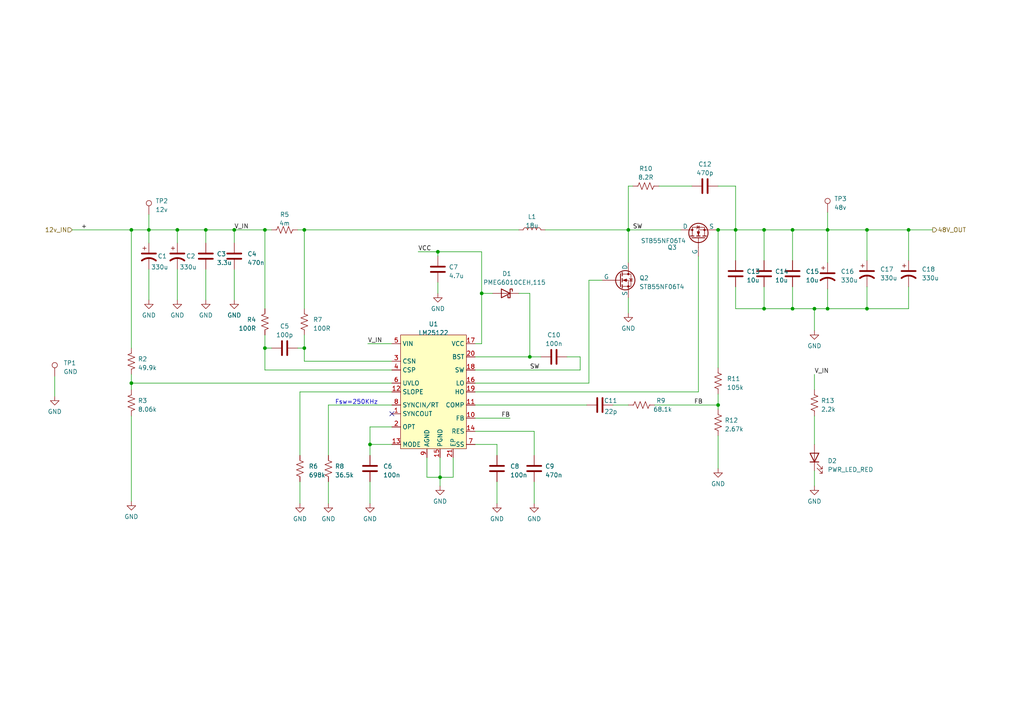
<source format=kicad_sch>
(kicad_sch (version 20230121) (generator eeschema)
  (paper "A4")
  (lib_symbols
    (symbol "Connector:TestPoint" (pin_numbers hide) (pin_names (offset 0.762) hide)
      (property "Reference" "TP" (at 0 6.858 0))
      (property "Value" "TestPoint" (at 0 5.08 0))
      (symbol "TestPoint_0_1"
        (circle (center 0 3.302) (radius 0.762))
      )
      (symbol "TestPoint_1_1"
        (pin passive line (at 0 0 90) (length 2.54) (name "1") (number "1"))
      )
    )
    (symbol "Device:C" (pin_numbers hide) (pin_names (offset 0.254))
      (property "Reference" "C" (at 0.635 2.54 0))
      (property "Value" "C" (at 0.635 -2.54 0))
      (symbol "C_0_1"
        (polyline (pts (xy -2.032 -0.762) (xy 2.032 -0.762)) (stroke (width 0.508)))
        (polyline (pts (xy -2.032 0.762) (xy 2.032 0.762)) (stroke (width 0.508)))
      )
      (symbol "C_1_1"
        (pin passive line (at 0 3.81 270) (length 2.794) (name "~") (number "1"))
        (pin passive line (at 0 -3.81 90) (length 2.794) (name "~") (number "2"))
      )
    )
    (symbol "Device:C_Polarized_US" (pin_numbers hide) (pin_names (offset 0.254) hide)
      (property "Reference" "C" (at 0.635 2.54 0))
      (property "Value" "C_Polarized_US" (at 0.635 -2.54 0))
      (symbol "C_Polarized_US_0_1"
        (polyline (pts (xy -2.032 0.762) (xy 2.032 0.762)) (stroke (width 0.508)))
        (polyline (pts (xy -1.778 2.286) (xy -0.762 2.286)))
        (polyline (pts (xy -1.27 1.778) (xy -1.27 2.794)))
        (arc (start 2.032 -1.27) (mid 0 -0.5572) (end -2.032 -1.27) (stroke (width 0.508)))
      )
      (symbol "C_Polarized_US_1_1"
        (pin passive line (at 0 3.81 270) (length 2.794) (name "~") (number "1"))
        (pin passive line (at 0 -3.81 90) (length 3.302) (name "~") (number "2"))
      )
    )
    (symbol "Device:D_Schottky" (pin_numbers hide) (pin_names (offset 1.016) hide)
      (property "Reference" "D" (at 0 2.54 0))
      (property "Value" "D_Schottky" (at 0 -2.54 0))
      (symbol "D_Schottky_0_1"
        (polyline (pts (xy 1.27 0) (xy -1.27 0)))
        (polyline (pts (xy 1.27 1.27) (xy 1.27 -1.27) (xy -1.27 0) (xy 1.27 1.27)) (stroke (width 0.254)))
        (polyline (pts (xy -1.905 0.635) (xy -1.905 1.27) (xy -1.27 1.27) (xy -1.27 -1.27) (xy -0.635 -1.27) (xy -0.635 -0.635)) (stroke (width 0.254)))
      )
      (symbol "D_Schottky_1_1"
        (pin passive line (at -3.81 0 0) (length 2.54) (name "K") (number "1"))
        (pin passive line (at 3.81 0 180) (length 2.54) (name "A") (number "2"))
      )
    )
    (symbol "Device:L" (pin_numbers hide) (pin_names (offset 1.016) hide)
      (property "Reference" "L" (at -1.27 0 90))
      (property "Value" "L" (at 1.905 0 90))
      (symbol "L_0_1"
        (arc (start 0 -2.54) (mid 0.6323 -1.905) (end 0 -1.27))
        (arc (start 0 -1.27) (mid 0.6323 -0.635) (end 0 0))
        (arc (start 0 0) (mid 0.6323 0.635) (end 0 1.27))
        (arc (start 0 1.27) (mid 0.6323 1.905) (end 0 2.54))
      )
      (symbol "L_1_1"
        (pin passive line (at 0 3.81 270) (length 1.27) (name "1") (number "1"))
        (pin passive line (at 0 -3.81 90) (length 1.27) (name "2") (number "2"))
      )
    )
    (symbol "Device:LED" (pin_numbers hide) (pin_names (offset 1.016) hide)
      (property "Reference" "D" (at 0 2.54 0))
      (property "Value" "LED" (at 0 -2.54 0))
      (symbol "LED_0_1"
        (polyline (pts (xy -1.27 -1.27) (xy -1.27 1.27)) (stroke (width 0.254)))
        (polyline (pts (xy -1.27 0) (xy 1.27 0)))
        (polyline (pts (xy 1.27 -1.27) (xy 1.27 1.27) (xy -1.27 0) (xy 1.27 -1.27)) (stroke (width 0.254)))
        (polyline (pts (xy -3.048 -0.762) (xy -4.572 -2.286) (xy -3.81 -2.286) (xy -4.572 -2.286) (xy -4.572 -1.524)))
        (polyline (pts (xy -1.778 -0.762) (xy -3.302 -2.286) (xy -2.54 -2.286) (xy -3.302 -2.286) (xy -3.302 -1.524)))
      )
      (symbol "LED_1_1"
        (pin passive line (at -3.81 0 0) (length 2.54) (name "K") (number "1"))
        (pin passive line (at 3.81 0 180) (length 2.54) (name "A") (number "2"))
      )
    )
    (symbol "Device:R_US" (pin_numbers hide) (pin_names (offset 0))
      (property "Reference" "R" (at 2.54 0 90))
      (property "Value" "R_US" (at -2.54 0 90))
      (symbol "R_US_0_1"
        (polyline (pts (xy 0 -2.286) (xy 0 -2.54)))
        (polyline (pts (xy 0 2.286) (xy 0 2.54)))
        (polyline (pts (xy 0 -0.762) (xy 1.016 -1.143) (xy 0 -1.524) (xy -1.016 -1.905) (xy 0 -2.286)))
        (polyline (pts (xy 0 0.762) (xy 1.016 0.381) (xy 0 0) (xy -1.016 -0.381) (xy 0 -0.762)))
        (polyline (pts (xy 0 2.286) (xy 1.016 1.905) (xy 0 1.524) (xy -1.016 1.143) (xy 0 0.762)))
      )
      (symbol "R_US_1_1"
        (pin passive line (at 0 3.81 270) (length 1.27) (name "~") (number "1"))
        (pin passive line (at 0 -3.81 90) (length 1.27) (name "~") (number "2"))
      )
    )
    (symbol "ECAD_Symbol:LM25122"
      (property "Reference" "U1" (at -0.635 12.065 0))
      (property "Value" "LM25122" (at -0.635 9.525 0))
      (symbol "LM25122_0_0"
        (pin output line (at -12.7 -13.97 0) (length 2.54) (name "SYNCOUT") (number "1"))
        (pin input line (at 11.43 -15.24 180) (length 2.54) (name "FB") (number "10"))
        (pin output line (at 11.43 -11.43 180) (length 2.54) (name "COMP") (number "11"))
        (pin input line (at -12.7 -7.62 0) (length 2.54) (name "SLOPE") (number "12"))
        (pin input line (at -12.7 -22.86 0) (length 2.54) (name "MODE") (number "13"))
        (pin output line (at 11.43 -19.05 180) (length 2.54) (name "RES") (number "14"))
        (pin power_in line (at 1.27 -26.67 90) (length 2.54) (name "PGND") (number "15"))
        (pin output line (at 11.43 -5.08 180) (length 2.54) (name "LO") (number "16"))
        (pin input line (at 11.43 6.35 180) (length 2.54) (name "VCC") (number "17"))
        (pin bidirectional line (at 11.43 -1.27 180) (length 2.54) (name "SW") (number "18"))
        (pin output line (at 11.43 -7.62 180) (length 2.54) (name "HO") (number "19"))
        (pin input line (at -12.7 -17.78 0) (length 2.54) (name "OPT") (number "2"))
        (pin input line (at 11.43 2.54 180) (length 2.54) (name "BST") (number "20"))
        (pin passive line (at 5.08 -26.67 90) (length 2.54) (name "EP") (number "21"))
        (pin input line (at -12.7 1.27 0) (length 2.54) (name "CSN") (number "3"))
        (pin input line (at -12.7 -1.27 0) (length 2.54) (name "CSP") (number "4"))
        (pin input line (at -12.7 6.35 0) (length 2.54) (name "VIN") (number "5"))
        (pin input line (at -12.7 -5.08 0) (length 2.54) (name "UVLO") (number "6"))
        (pin input line (at 11.43 -22.86 180) (length 2.54) (name "SS") (number "7"))
        (pin input line (at -12.7 -11.43 0) (length 2.54) (name "SYNCIN/RT") (number "8"))
        (pin power_in line (at -2.54 -26.67 90) (length 2.54) (name "AGND") (number "9"))
      )
      (symbol "LM25122_0_1"
        (rectangle (start -10.16 8.89) (end 8.89 -24.13) (fill (type background)))
      )
    )
    (symbol "NMOS_1" (pin_numbers hide) (pin_names (offset 0))
      (property "Reference" "Q3" (at 0 8.255 90))
      (property "Value" "STB55NF06T4" (at 0 5.715 90))
      (symbol "NMOS_1_0_1"
        (polyline (pts (xy 0.254 0) (xy -2.54 0)))
        (polyline (pts (xy 0.254 1.905) (xy 0.254 -1.905)) (stroke (width 0.254)))
        (polyline (pts (xy 0.762 -1.27) (xy 0.762 -2.286)) (stroke (width 0.254)))
        (polyline (pts (xy 0.762 0.508) (xy 0.762 -0.508)) (stroke (width 0.254)))
        (polyline (pts (xy 0.762 2.286) (xy 0.762 1.27)) (stroke (width 0.254)))
        (polyline (pts (xy 2.54 2.54) (xy 2.54 1.778)))
        (polyline (pts (xy 2.54 -2.54) (xy 2.54 0) (xy 0.762 0)))
        (polyline (pts (xy 0.762 -1.778) (xy 3.302 -1.778) (xy 3.302 1.778) (xy 0.762 1.778)))
        (polyline (pts (xy 1.016 0) (xy 2.032 0.381) (xy 2.032 -0.381) (xy 1.016 0)) (fill (type outline)))
        (polyline (pts (xy 2.794 0.508) (xy 2.921 0.381) (xy 3.683 0.381) (xy 3.81 0.254)))
        (polyline (pts (xy 3.302 0.381) (xy 2.921 -0.254) (xy 3.683 -0.254) (xy 3.302 0.381)))
        (circle (center 1.651 0) (radius 2.794) (stroke (width 0.254)))
        (circle (center 2.54 -1.778) (radius 0.254) (fill (type outline)))
        (circle (center 2.54 1.778) (radius 0.254) (fill (type outline)))
      )
      (symbol "NMOS_1_1_1"
        (pin input line (at -5.08 0 0) (length 2.54) (name "G") (number "1"))
        (pin passive line (at 2.54 -5.08 90) (length 2.54) (name "S") (number "3"))
        (pin passive line (at 2.54 5.08 270) (length 2.54) (name "D") (number "4"))
      )
    )
    (symbol "Simulation_SPICE:NMOS" (pin_numbers hide) (pin_names (offset 0))
      (property "Reference" "Q2" (at 5.715 0.635 0))
      (property "Value" "STB55NF06T4" (at 5.715 -1.905 0))
      (symbol "NMOS_0_1"
        (polyline (pts (xy 0.254 0) (xy -2.54 0)))
        (polyline (pts (xy 0.254 1.905) (xy 0.254 -1.905)) (stroke (width 0.254)))
        (polyline (pts (xy 0.762 -1.27) (xy 0.762 -2.286)) (stroke (width 0.254)))
        (polyline (pts (xy 0.762 0.508) (xy 0.762 -0.508)) (stroke (width 0.254)))
        (polyline (pts (xy 0.762 2.286) (xy 0.762 1.27)) (stroke (width 0.254)))
        (polyline (pts (xy 2.54 2.54) (xy 2.54 1.778)))
        (polyline (pts (xy 2.54 -2.54) (xy 2.54 0) (xy 0.762 0)))
        (polyline (pts (xy 0.762 -1.778) (xy 3.302 -1.778) (xy 3.302 1.778) (xy 0.762 1.778)))
        (polyline (pts (xy 1.016 0) (xy 2.032 0.381) (xy 2.032 -0.381) (xy 1.016 0)) (fill (type outline)))
        (polyline (pts (xy 2.794 0.508) (xy 2.921 0.381) (xy 3.683 0.381) (xy 3.81 0.254)))
        (polyline (pts (xy 3.302 0.381) (xy 2.921 -0.254) (xy 3.683 -0.254) (xy 3.302 0.381)))
        (circle (center 1.651 0) (radius 2.794) (stroke (width 0.254)))
        (circle (center 2.54 -1.778) (radius 0.254) (fill (type outline)))
        (circle (center 2.54 1.778) (radius 0.254) (fill (type outline)))
      )
      (symbol "NMOS_1_1"
        (pin input line (at -5.08 0 0) (length 2.54) (name "G") (number "1"))
        (pin passive line (at 2.54 -5.08 90) (length 2.54) (name "S") (number "3"))
        (pin passive line (at 2.54 5.08 270) (length 2.54) (name "D") (number "4"))
      )
    )
    (symbol "power:GND" (power) (pin_names (offset 0))
      (property "Value" "GND" (at 0 -3.81 0))
      (symbol "GND_0_1"
        (polyline (pts (xy 0 0) (xy 0 -1.27) (xy 1.27 -1.27) (xy 0 -2.54) (xy -1.27 -1.27) (xy 0 -1.27)))
      )
      (symbol "GND_1_1"
        (pin power_in line (at 0 0 270) (length 0) hide (name "GND") (number "1"))
      )
    )
  )
  (junction (at 229.87 89.535))
  (junction (at 139.7 85.09))
  (junction (at 76.835 100.965))
  (junction (at 236.22 89.535))
  (junction (at 88.265 66.675))
  (junction (at 240.03 66.675))
  (junction (at 213.36 66.675))
  (junction (at 221.615 89.535))
  (junction (at 229.87 66.675))
  (junction (at 221.615 66.675))
  (junction (at 208.28 117.475))
  (junction (at 153.67 103.505))
  (junction (at 38.1 66.675))
  (junction (at 251.46 89.535))
  (junction (at 182.245 66.675))
  (junction (at 88.265 100.965))
  (junction (at 107.315 128.905))
  (junction (at 263.525 66.675))
  (junction (at 67.945 66.675))
  (junction (at 127 73.025))
  (junction (at 38.1 111.125))
  (junction (at 59.69 66.675))
  (junction (at 76.835 66.675))
  (junction (at 127.635 138.43))
  (junction (at 240.03 89.535))
  (junction (at 208.28 66.675))
  (junction (at 43.18 66.675))
  (junction (at 51.435 66.675))
  (junction (at 251.46 66.675))
  (no_connect (at 113.665 120.015))
  (wire (pts (xy 127 73.025) (xy 139.7 73.025)))
  (wire (pts (xy 191.135 53.975) (xy 200.66 53.975)))
  (wire (pts (xy 43.18 78.105) (xy 43.18 86.995)))
  (wire (pts (xy 43.18 66.675) (xy 51.435 66.675)))
  (wire (pts (xy 263.525 89.535) (xy 251.46 89.535)))
  (wire (pts (xy 164.465 103.505) (xy 168.275 103.505)))
  (wire (pts (xy 229.87 66.675) (xy 240.03 66.675)))
  (wire (pts (xy 182.245 66.675) (xy 158.115 66.675)))
  (wire (pts (xy 168.275 103.505) (xy 168.275 107.315)))
  (wire (pts (xy 95.25 117.475) (xy 113.665 117.475)))
  (wire (pts (xy 229.87 83.185) (xy 229.87 89.535)))
  (wire (pts (xy 127 74.295) (xy 127 73.025)))
  (wire (pts (xy 38.1 66.675) (xy 43.18 66.675)))
  (wire (pts (xy 113.665 123.825) (xy 107.315 123.825)))
  (wire (pts (xy 213.36 75.565) (xy 213.36 66.675)))
  (wire (pts (xy 38.1 120.65) (xy 38.1 145.415)))
  (wire (pts (xy 59.69 70.485) (xy 59.69 66.675)))
  (wire (pts (xy 139.7 73.025) (xy 139.7 85.09)))
  (wire (pts (xy 131.445 132.715) (xy 131.445 138.43)))
  (wire (pts (xy 229.87 75.565) (xy 229.87 66.675)))
  (wire (pts (xy 38.1 111.125) (xy 38.1 113.03)))
  (wire (pts (xy 213.36 83.185) (xy 213.36 89.535)))
  (wire (pts (xy 139.7 85.09) (xy 139.7 99.695)))
  (wire (pts (xy 76.835 100.965) (xy 78.74 100.965)))
  (wire (pts (xy 170.815 81.28) (xy 170.815 111.125)))
  (wire (pts (xy 127 81.915) (xy 127 85.09)))
  (wire (pts (xy 51.435 70.485) (xy 51.435 66.675)))
  (wire (pts (xy 221.615 66.675) (xy 229.87 66.675)))
  (wire (pts (xy 123.825 132.715) (xy 123.825 138.43)))
  (wire (pts (xy 137.795 121.285) (xy 147.955 121.285)))
  (wire (pts (xy 88.265 66.675) (xy 86.36 66.675)))
  (wire (pts (xy 127.635 138.43) (xy 127.635 140.97)))
  (wire (pts (xy 137.795 107.315) (xy 168.275 107.315)))
  (wire (pts (xy 144.145 132.08) (xy 144.145 128.905)))
  (wire (pts (xy 59.69 78.105) (xy 59.69 86.995)))
  (wire (pts (xy 208.28 53.975) (xy 213.36 53.975)))
  (wire (pts (xy 15.875 109.22) (xy 15.875 114.935)))
  (wire (pts (xy 236.22 120.65) (xy 236.22 128.905)))
  (wire (pts (xy 182.245 117.475) (xy 177.8 117.475)))
  (wire (pts (xy 236.22 89.535) (xy 236.22 95.885)))
  (wire (pts (xy 86.36 100.965) (xy 88.265 100.965)))
  (wire (pts (xy 170.815 111.125) (xy 137.795 111.125)))
  (wire (pts (xy 213.36 89.535) (xy 221.615 89.535)))
  (wire (pts (xy 202.565 74.295) (xy 202.565 113.665)))
  (wire (pts (xy 221.615 89.535) (xy 229.87 89.535)))
  (wire (pts (xy 183.515 53.975) (xy 182.245 53.975)))
  (wire (pts (xy 76.835 97.155) (xy 76.835 100.965)))
  (wire (pts (xy 251.46 75.565) (xy 251.46 66.675)))
  (wire (pts (xy 86.995 113.665) (xy 113.665 113.665)))
  (wire (pts (xy 240.03 66.675) (xy 251.46 66.675)))
  (wire (pts (xy 43.18 66.675) (xy 43.18 70.485)))
  (wire (pts (xy 207.645 66.675) (xy 208.28 66.675)))
  (wire (pts (xy 76.835 66.675) (xy 78.74 66.675)))
  (wire (pts (xy 88.265 89.535) (xy 88.265 66.675)))
  (wire (pts (xy 88.265 66.675) (xy 150.495 66.675)))
  (wire (pts (xy 38.1 108.585) (xy 38.1 111.125)))
  (wire (pts (xy 88.265 97.155) (xy 88.265 100.965)))
  (wire (pts (xy 20.955 66.675) (xy 38.1 66.675)))
  (wire (pts (xy 86.995 139.7) (xy 86.995 146.05)))
  (wire (pts (xy 150.495 85.09) (xy 153.67 85.09)))
  (wire (pts (xy 121.285 73.025) (xy 127 73.025)))
  (wire (pts (xy 139.7 99.695) (xy 137.795 99.695)))
  (wire (pts (xy 208.28 106.68) (xy 208.28 66.675)))
  (wire (pts (xy 189.865 117.475) (xy 208.28 117.475)))
  (wire (pts (xy 208.28 114.3) (xy 208.28 117.475)))
  (wire (pts (xy 67.945 78.105) (xy 67.945 86.995)))
  (wire (pts (xy 95.25 132.08) (xy 95.25 117.475)))
  (wire (pts (xy 88.265 104.775) (xy 113.665 104.775)))
  (wire (pts (xy 182.245 76.2) (xy 182.245 66.675)))
  (wire (pts (xy 213.36 53.975) (xy 213.36 66.675)))
  (wire (pts (xy 95.25 139.7) (xy 95.25 146.05)))
  (wire (pts (xy 76.835 100.965) (xy 76.835 107.315)))
  (wire (pts (xy 107.315 128.905) (xy 107.315 132.08)))
  (wire (pts (xy 127.635 132.715) (xy 127.635 138.43)))
  (wire (pts (xy 182.245 53.975) (xy 182.245 66.675)))
  (wire (pts (xy 154.94 125.095) (xy 137.795 125.095)))
  (wire (pts (xy 67.945 70.485) (xy 67.945 66.675)))
  (wire (pts (xy 251.46 83.185) (xy 251.46 89.535)))
  (wire (pts (xy 38.1 111.125) (xy 113.665 111.125)))
  (wire (pts (xy 131.445 138.43) (xy 127.635 138.43)))
  (wire (pts (xy 59.69 66.675) (xy 67.945 66.675)))
  (wire (pts (xy 106.68 99.695) (xy 113.665 99.695)))
  (wire (pts (xy 51.435 78.105) (xy 51.435 86.995)))
  (wire (pts (xy 107.315 123.825) (xy 107.315 128.905)))
  (wire (pts (xy 221.615 83.185) (xy 221.615 89.535)))
  (wire (pts (xy 263.525 66.675) (xy 270.51 66.675)))
  (wire (pts (xy 208.28 117.475) (xy 208.28 118.745)))
  (wire (pts (xy 153.67 103.505) (xy 156.845 103.505)))
  (wire (pts (xy 43.18 62.23) (xy 43.18 66.675)))
  (wire (pts (xy 67.945 66.675) (xy 76.835 66.675)))
  (wire (pts (xy 240.03 83.82) (xy 240.03 89.535)))
  (wire (pts (xy 144.145 128.905) (xy 137.795 128.905)))
  (wire (pts (xy 86.995 132.08) (xy 86.995 113.665)))
  (wire (pts (xy 123.825 138.43) (xy 127.635 138.43)))
  (wire (pts (xy 142.875 85.09) (xy 139.7 85.09)))
  (wire (pts (xy 208.28 126.365) (xy 208.28 135.89)))
  (wire (pts (xy 174.625 81.28) (xy 170.815 81.28)))
  (wire (pts (xy 263.525 75.565) (xy 263.525 66.675)))
  (wire (pts (xy 251.46 66.675) (xy 263.525 66.675)))
  (wire (pts (xy 221.615 66.675) (xy 213.36 66.675)))
  (wire (pts (xy 240.03 76.2) (xy 240.03 66.675)))
  (wire (pts (xy 251.46 89.535) (xy 240.03 89.535)))
  (wire (pts (xy 240.03 89.535) (xy 236.22 89.535)))
  (wire (pts (xy 263.525 83.185) (xy 263.525 89.535)))
  (wire (pts (xy 51.435 66.675) (xy 59.69 66.675)))
  (wire (pts (xy 38.1 66.675) (xy 38.1 100.965)))
  (wire (pts (xy 202.565 113.665) (xy 137.795 113.665)))
  (wire (pts (xy 137.795 117.475) (xy 170.18 117.475)))
  (wire (pts (xy 154.94 139.7) (xy 154.94 146.05)))
  (wire (pts (xy 137.795 103.505) (xy 153.67 103.505)))
  (wire (pts (xy 76.835 107.315) (xy 113.665 107.315)))
  (wire (pts (xy 236.22 136.525) (xy 236.22 140.97)))
  (wire (pts (xy 221.615 75.565) (xy 221.615 66.675)))
  (wire (pts (xy 76.835 66.675) (xy 76.835 89.535)))
  (wire (pts (xy 236.22 108.585) (xy 236.22 113.03)))
  (wire (pts (xy 154.94 132.08) (xy 154.94 125.095)))
  (wire (pts (xy 88.265 100.965) (xy 88.265 104.775)))
  (wire (pts (xy 113.665 128.905) (xy 107.315 128.905)))
  (wire (pts (xy 208.28 66.675) (xy 213.36 66.675)))
  (wire (pts (xy 107.315 139.7) (xy 107.315 146.05)))
  (wire (pts (xy 229.87 89.535) (xy 236.22 89.535)))
  (wire (pts (xy 182.245 86.36) (xy 182.245 90.805)))
  (wire (pts (xy 144.145 139.7) (xy 144.145 146.05)))
  (wire (pts (xy 153.67 85.09) (xy 153.67 103.505)))
  (wire (pts (xy 240.03 61.595) (xy 240.03 66.675)))
  (wire (pts (xy 197.485 66.675) (xy 182.245 66.675)))
  (text "Fsw=250KHz" (at 97.155 117.475 0) (effects (font (size 1.27 1.27)) (justify left bottom)))
  (label "V_IN" (at 67.945 66.675 0))
  (label "SW" (at 153.67 107.315 0))
  (label "FB" (at 147.955 121.285 180))
  (label "SW" (at 183.515 66.675 0))
  (label "V_IN" (at 236.22 108.585 0))
  (label "V_IN" (at 106.68 99.695 0))
  (label "FB" (at 201.295 117.475 0))
  (label "+" (at 23.495 66.675 0))
  (label "VCC" (at 121.285 73.025 0))
  (hierarchical_label "48V_OUT" (shape output) (at 270.51 66.675 0))
  (hierarchical_label "12v_IN" (shape input) (at 20.955 66.675 180))
  (symbol (lib_id "Device:C") (at 173.99 117.475 90) (unit 1)
    (property "Reference" "C11" (at 179.07 116.205 90) (effects (justify left)))
    (property "Value" "22p" (at 179.07 119.38 90) (effects (justify left)))
    (property "Footprint" "Capacitor_SMD:C_0402_1005Metric" (effects hide))
    (instances (project "Joy12vPCB_PoE" (path "" (reference "C11") (unit 1)) (path "" (reference "C19") (unit 1))))
  )
  (symbol (lib_id "Device:C") (at 204.47 53.975 90) (unit 1)
    (property "Reference" "C12" (at 204.47 47.625 90))
    (property "Value" "470p" (at 204.47 50.165 90))
    (property "Footprint" "Capacitor_SMD:C_0402_1005Metric" (effects hide))
    (instances (project "Joy12vPCB_PoE" (path "" (reference "C12") (unit 1)) (path "" (reference "C20") (unit 1))))
  )
  (symbol (lib_id "Device:D_Schottky") (at 146.685 85.09 0) (mirror y) (unit 1)
    (property "Reference" "D1" (at 147.0025 79.375 0))
    (property "Value" "PMEG6010CEH,115" (at 149.225 81.915 0))
    (property "Footprint" "Diode_SMD:D_SOD-123F" (effects hide))
    (instances (project "Joy12vPCB_PoE" (path "" (reference "D1") (unit 1)) (path "" (reference "D4") (unit 1))))
  )
  (symbol (lib_id "power:GND") (at 43.18 86.995 0) (unit 1)
    (property "Reference" "#PWR04" (effects hide))
    (property "Value" "GND" (at 43.18 91.44 0))
    (instances (project "Joy12vPCB_PoE" (path "" (reference "#PWR04") (unit 1)) (path "" (reference "#PWR09") (unit 1))))
  )
  (symbol (lib_id "Simulation_SPICE:NMOS") (at 179.705 81.28 0) (unit 1)
    (property "Reference" "Q2" (at 185.42 80.645 0) (effects (justify left)))
    (property "Value" "STB55NF06T4" (at 185.42 83.185 0) (effects (justify left)))
    (property "Footprint" "greencharge-footprints:VREG_L7805ACD2T" (effects hide))
    (property "Datasheet" "https://ngspice.sourceforge.io/docs/ngspice-manual.pdf" (effects hide))
    (property "Sim.Device" "NMOS" (effects hide))
    (property "Sim.Type" "VDMOS" (effects hide))
    (property "Sim.Pins" "1=D 2=G 3=S" (effects hide))
  )
  (symbol (lib_id "Device:C") (at 144.145 135.89 0) (unit 1)
    (property "Reference" "C8" (at 147.955 135.255 0) (effects (justify left)))
    (property "Value" "100n" (at 147.955 137.795 0) (effects (justify left)))
    (property "Footprint" "Capacitor_SMD:C_0402_1005Metric" (effects hide))
    (instances (project "Joy12vPCB_PoE" (path "" (reference "C8") (unit 1)) (path "" (reference "C16") (unit 1))))
  )
  (symbol (lib_id "Connector:TestPoint") (at 43.18 62.23 0) (unit 1)
    (property "Reference" "TP2" (at 45.085 58.293 0) (effects (justify left)))
    (property "Value" "12v" (at 45.085 60.833 0) (effects (justify left)))
    (property "Footprint" "TestPoint:TestPoint_Pad_D1.0mm" (effects hide))
  )
  (symbol (lib_id "Device:R_US") (at 208.28 110.49 0) (unit 1)
    (property "Reference" "R11" (at 210.82 109.855 0) (effects (justify left)))
    (property "Value" "105k" (at 210.82 112.395 0) (effects (justify left)))
    (property "Footprint" "Resistor_SMD:R_0402_1005Metric" (effects hide))
    (instances (project "Joy12vPCB_PoE" (path "" (reference "R11") (unit 1)) (path "" (reference "R17") (unit 1))))
  )
  (symbol (lib_id "Device:C") (at 221.615 79.375 0) (unit 1)
    (property "Reference" "C14" (at 224.79 78.74 0) (effects (justify left)))
    (property "Value" "10u" (at 224.79 81.28 0) (effects (justify left)))
    (property "Footprint" "Capacitor_SMD:C_0603_1608Metric" (effects hide))
    (instances (project "Joy12vPCB_PoE" (path "" (reference "C14") (unit 1)) (path "" (reference "C22") (unit 1))))
  )
  (symbol (lib_id "power:GND") (at 127.635 140.97 0) (unit 1)
    (property "Reference" "#PWR012" (effects hide))
    (property "Value" "GND" (at 127.635 145.415 0))
    (instances (project "Joy12vPCB_PoE" (path "" (reference "#PWR012") (unit 1)) (path "" (reference "#PWR017") (unit 1))))
  )
  (symbol (lib_id "Device:R_US") (at 38.1 116.84 0) (mirror y) (unit 1)
    (property "Reference" "R3" (at 40.005 116.205 0) (effects (justify right)))
    (property "Value" "8.06k" (at 40.005 118.745 0) (effects (justify right)))
    (property "Footprint" "Resistor_SMD:R_0402_1005Metric" (effects hide))
    (instances (project "Joy12vPCB_PoE" (path "" (reference "R3") (unit 1)) (path "" (reference "R9") (unit 1))))
  )
  (symbol (lib_id "power:GND") (at 208.28 135.89 0) (unit 1)
    (property "Reference" "#PWR016" (effects hide))
    (property "Value" "GND" (at 208.28 140.335 0))
    (instances (project "Joy12vPCB_PoE" (path "" (reference "#PWR016") (unit 1)) (path "" (reference "#PWR021") (unit 1))))
  )
  (symbol (lib_id "Device:C_Polarized_US") (at 263.525 79.375 0) (unit 1)
    (property "Reference" "C18" (at 267.335 78.105 0) (effects (justify left)))
    (property "Value" "330u" (at 267.335 80.645 0) (effects (justify left)))
    (property "Footprint" "greencharge-footprints:EMZR500ARA331MJA0G" (effects hide))
    (instances (project "Joy12vPCB_PoE" (path "" (reference "C18") (unit 1)) (path "" (reference "C26") (unit 1))))
  )
  (symbol (lib_id "power:GND") (at 182.245 90.805 0) (unit 1)
    (property "Reference" "#PWR015" (effects hide))
    (property "Value" "GND" (at 182.245 95.25 0))
    (instances (project "Joy12vPCB_PoE" (path "" (reference "#PWR015") (unit 1)) (path "" (reference "#PWR020") (unit 1))))
  )
  (symbol (lib_id "Device:R_US") (at 76.835 93.345 0) (mirror y) (unit 1)
    (property "Reference" "R4" (at 74.295 92.71 0) (effects (justify left)))
    (property "Value" "100R" (at 74.295 95.25 0) (effects (justify left)))
    (property "Footprint" "Resistor_SMD:R_0603_1608Metric" (effects hide))
    (instances (project "Joy12vPCB_PoE" (path "" (reference "R4") (unit 1)) (path "" (reference "R10") (unit 1))))
  )
  (symbol (lib_id "Device:C_Polarized_US") (at 251.46 79.375 0) (unit 1)
    (property "Reference" "C17" (at 255.27 78.105 0) (effects (justify left)))
    (property "Value" "330u" (at 255.27 80.645 0) (effects (justify left)))
    (property "Footprint" "greencharge-footprints:EMZR500ARA331MJA0G" (effects hide))
    (instances (project "Joy12vPCB_PoE" (path "" (reference "C17") (unit 1)) (path "" (reference "C25") (unit 1))))
  )
  (symbol (lib_id "power:GND") (at 86.995 146.05 0) (unit 1)
    (property "Reference" "#PWR08" (effects hide))
    (property "Value" "GND" (at 86.995 150.495 0))
    (instances (project "Joy12vPCB_PoE" (path "" (reference "#PWR08") (unit 1)) (path "" (reference "#PWR013") (unit 1))))
  )
  (symbol (lib_id "Device:R_US") (at 186.055 117.475 90) (unit 1)
    (property "Reference" "R9" (at 193.04 116.205 90) (effects (justify left)))
    (property "Value" "68.1k" (at 194.945 118.745 90) (effects (justify left)))
    (property "Footprint" "Resistor_SMD:R_0402_1005Metric" (effects hide))
    (instances (project "Joy12vPCB_PoE" (path "" (reference "R9") (unit 1)) (path "" (reference "R15") (unit 1))))
  )
  (symbol (lib_id "Device:R_US") (at 236.22 116.84 0) (unit 1)
    (property "Reference" "R13" (at 238.125 116.205 0) (effects (justify left)))
    (property "Value" "2.2k" (at 238.125 118.745 0) (effects (justify left)))
    (property "Footprint" "Resistor_SMD:R_0402_1005Metric" (effects hide))
    (property "MPN" "FRC1206J222 TS" (effects hide))
    (instances (project "Joy12vPCB_PoE" (path "" (reference "R13") (unit 1)) (path "" (reference "R19") (unit 1))))
  )
  (symbol (lib_id "power:GND") (at 154.94 146.05 0) (unit 1)
    (property "Reference" "#PWR014" (effects hide))
    (property "Value" "GND" (at 154.94 150.495 0))
    (instances (project "Joy12vPCB_PoE" (path "" (reference "#PWR014") (unit 1)) (path "" (reference "#PWR019") (unit 1))))
  )
  (symbol (lib_id "power:GND") (at 236.22 140.97 0) (unit 1)
    (property "Reference" "#PWR018" (effects hide))
    (property "Value" "GND" (at 236.22 145.415 0))
    (instances (project "Joy12vPCB_PoE" (path "" (reference "#PWR018") (unit 1)) (path "" (reference "#PWR023") (unit 1))))
  )
  (symbol (lib_id "Device:C") (at 213.36 79.375 0) (unit 1)
    (property "Reference" "C13" (at 216.535 78.74 0) (effects (justify left)))
    (property "Value" "10u" (at 216.535 81.28 0) (effects (justify left)))
    (property "Footprint" "Capacitor_SMD:C_0603_1608Metric" (effects hide))
    (instances (project "Joy12vPCB_PoE" (path "" (reference "C13") (unit 1)) (path "" (reference "C21") (unit 1))))
  )
  (symbol (lib_id "power:GND") (at 127 85.09 0) (unit 1)
    (property "Reference" "#PWR011" (effects hide))
    (property "Value" "GND" (at 127 89.535 0))
    (instances (project "Joy12vPCB_PoE" (path "" (reference "#PWR011") (unit 1)) (path "" (reference "#PWR016") (unit 1))))
  )
  (symbol (lib_id "Device:R_US") (at 187.325 53.975 90) (unit 1)
    (property "Reference" "R10" (at 187.325 48.895 90))
    (property "Value" "8.2R" (at 187.325 51.435 90))
    (property "Footprint" "Resistor_SMD:R_0603_1608Metric" (effects hide))
    (instances (project "Joy12vPCB_PoE" (path "" (reference "R10") (unit 1)) (path "" (reference "R16") (unit 1))))
  )
  (symbol (lib_id "power:GND") (at 107.315 146.05 0) (unit 1)
    (property "Reference" "#PWR010" (effects hide))
    (property "Value" "GND" (at 107.315 150.495 0))
    (instances (project "Joy12vPCB_PoE" (path "" (reference "#PWR010") (unit 1)) (path "" (reference "#PWR015") (unit 1))))
  )
  (symbol (lib_id "Device:C") (at 82.55 100.965 90) (unit 1)
    (property "Reference" "C5" (at 82.55 94.615 90))
    (property "Value" "100p" (at 82.55 97.155 90))
    (property "Footprint" "Capacitor_SMD:C_0402_1005Metric" (effects hide))
    (instances (project "Joy12vPCB_PoE" (path "" (reference "C5") (unit 1)) (path "" (reference "C13") (unit 1))))
  )
  (symbol (lib_id "ECAD_Symbol:LM25122") (at 126.365 106.045 0) (unit 1)
    (property "Reference" "U1" (at 125.73 93.98 0))
    (property "Value" "LM25122" (at 125.73 96.52 0))
    (property "Footprint" "Library:LM25122QPWPTQ1" (effects hide))
  )
  (symbol (lib_id "power:GND") (at 51.435 86.995 0) (unit 1)
    (property "Reference" "#PWR05" (effects hide))
    (property "Value" "GND" (at 51.435 91.44 0))
    (instances (project "Joy12vPCB_PoE" (path "" (reference "#PWR05") (unit 1)) (path "" (reference "#PWR010") (unit 1))))
  )
  (symbol (lib_id "Device:R_US") (at 95.25 135.89 0) (unit 1)
    (property "Reference" "R8" (at 97.155 135.255 0) (effects (justify left)))
    (property "Value" "36.5k" (at 97.155 137.795 0) (effects (justify left)))
    (property "Footprint" "Resistor_SMD:R_0402_1005Metric" (effects hide))
    (property "MPN" "0402WGF1802TCE" (effects hide))
    (instances (project "Joy12vPCB_PoE" (path "" (reference "R8") (unit 1)) (path "" (reference "R14") (unit 1))))
  )
  (symbol (lib_id "power:GND") (at 38.1 145.415 0) (mirror y) (unit 1)
    (property "Reference" "#PWR03" (effects hide))
    (property "Value" "GND" (at 38.1 149.86 0))
    (instances (project "Joy12vPCB_PoE" (path "" (reference "#PWR03") (unit 1)) (path "" (reference "#PWR08") (unit 1))))
  )
  (symbol (lib_id "power:GND") (at 59.69 86.995 0) (unit 1)
    (property "Reference" "#PWR06" (effects hide))
    (property "Value" "GND" (at 59.69 91.44 0))
    (instances (project "Joy12vPCB_PoE" (path "" (reference "#PWR06") (unit 1)) (path "" (reference "#PWR011") (unit 1))))
  )
  (symbol (lib_id "Device:C_Polarized_US") (at 51.435 74.295 0) (unit 1)
    (property "Reference" "C2" (at 53.975 74.295 0) (effects (justify left)))
    (property "Value" "330u" (at 52.07 77.47 0) (effects (justify left)))
    (property "Footprint" "greencharge-footprints:EMZR500ARA331MJA0G" (effects hide))
    (instances (project "Joy12vPCB_PoE" (path "" (reference "C2") (unit 1)) (path "" (reference "C10") (unit 1))))
  )
  (symbol (lib_id "Device:C") (at 160.655 103.505 90) (unit 1)
    (property "Reference" "C10" (at 160.655 97.155 90))
    (property "Value" "100n" (at 160.655 99.695 90))
    (property "Footprint" "Capacitor_SMD:C_0402_1005Metric" (effects hide))
    (instances (project "Joy12vPCB_PoE" (path "" (reference "C10") (unit 1)) (path "" (reference "C18") (unit 1))))
  )
  (symbol (lib_id "Device:R_US") (at 86.995 135.89 0) (unit 1)
    (property "Reference" "R6" (at 89.535 135.255 0) (effects (justify left)))
    (property "Value" "698k" (at 89.535 137.795 0) (effects (justify left)))
    (property "Footprint" "Resistor_SMD:R_0402_1005Metric" (effects hide))
    (instances (project "Joy12vPCB_PoE" (path "" (reference "R6") (unit 1)) (path "" (reference "R12") (unit 1))))
  )
  (symbol (lib_id "Device:C") (at 127 78.105 0) (unit 1)
    (property "Reference" "C7" (at 130.175 77.47 0) (effects (justify left)))
    (property "Value" "4.7u" (at 130.175 80.01 0) (effects (justify left)))
    (property "Footprint" "Capacitor_SMD:C_0402_1005Metric" (effects hide))
    (instances (project "Joy12vPCB_PoE" (path "" (reference "C7") (unit 1)) (path "" (reference "C15") (unit 1))))
  )
  (symbol (lib_id "Device:L") (at 154.305 66.675 90) (unit 1)
    (property "Reference" "L1" (at 154.305 62.865 90))
    (property "Value" "18u" (at 154.305 65.405 90))
    (property "Footprint" "ECAD_footprint:SRR1206-180ML" (effects hide))
    (property "Datasheet" "https://eu.mouser.com/datasheet/2/54/SRR1206-1391277.pdf" (effects hide))
    (property "MPN" "SRR1206-180ML" (effects hide))
  )
  (symbol (lib_name "NMOS_1") (lib_id "Simulation_SPICE:NMOS") (at 202.565 69.215 90) (unit 1)
    (property "Reference" "Q3" (at 194.945 71.755 90))
    (property "Value" "STB55NF06T4" (at 192.405 69.85 90))
    (property "Footprint" "greencharge-footprints:VREG_L7805ACD2T" (effects hide))
    (property "Datasheet" "https://ngspice.sourceforge.io/docs/ngspice-manual.pdf" (effects hide))
    (property "Sim.Device" "NMOS" (effects hide))
    (property "Sim.Type" "VDMOS" (effects hide))
    (property "Sim.Pins" "1=D 2=G 3=S" (effects hide))
  )
  (symbol (lib_id "Device:C_Polarized_US") (at 43.18 74.295 0) (unit 1)
    (property "Reference" "C1" (at 45.72 74.295 0) (effects (justify left)))
    (property "Value" "330u" (at 43.815 77.47 0) (effects (justify left)))
    (property "Footprint" "greencharge-footprints:EMZR500ARA331MJA0G" (effects hide))
    (instances (project "Joy12vPCB_PoE" (path "" (reference "C1") (unit 1)) (path "" (reference "C9") (unit 1))))
  )
  (symbol (lib_id "Device:LED") (at 236.22 132.715 90) (unit 1)
    (property "Reference" "D2" (at 240.03 133.6675 90) (effects (justify right)))
    (property "Value" "PWR_LED_RED" (at 240.03 136.2075 90) (effects (justify right)))
    (property "Footprint" "LED_SMD:LED_0603_1608Metric" (effects hide))
    (property "MPN" "LTST-C194TBKT" (effects hide))
    (instances (project "Joy12vPCB_PoE" (path "" (reference "D2") (unit 1)) (path "" (reference "D5") (unit 1))))
  )
  (symbol (lib_id "power:GND") (at 95.25 146.05 0) (unit 1)
    (property "Reference" "#PWR09" (effects hide))
    (property "Value" "GND" (at 95.25 150.495 0))
    (instances (project "Joy12vPCB_PoE" (path "" (reference "#PWR09") (unit 1)) (path "" (reference "#PWR014") (unit 1))))
  )
  (symbol (lib_id "Device:C") (at 229.87 79.375 0) (unit 1)
    (property "Reference" "C15" (at 233.68 78.74 0) (effects (justify left)))
    (property "Value" "10u" (at 233.68 81.28 0) (effects (justify left)))
    (property "Footprint" "Capacitor_SMD:C_0603_1608Metric" (effects hide))
    (instances (project "Joy12vPCB_PoE" (path "" (reference "C15") (unit 1)) (path "" (reference "C23") (unit 1))))
  )
  (symbol (lib_id "Connector:TestPoint") (at 15.875 109.22 0) (unit 1)
    (property "Reference" "TP1" (at 18.415 105.283 0) (effects (justify left)))
    (property "Value" "GND" (at 18.415 107.823 0) (effects (justify left)))
    (property "Footprint" "TestPoint:TestPoint_Pad_D1.0mm" (effects hide))
  )
  (symbol (lib_id "power:GND") (at 67.945 86.995 0) (unit 1)
    (property "Reference" "#PWR07" (effects hide))
    (property "Value" "GND" (at 67.945 91.44 0))
    (instances (project "Joy12vPCB_PoE" (path "" (reference "#PWR07") (unit 1)) (path "" (reference "#PWR012") (unit 1))))
  )
  (symbol (lib_id "Device:C") (at 59.69 74.295 0) (unit 1)
    (property "Reference" "C3" (at 62.865 73.66 0) (effects (justify left)))
    (property "Value" "3.3u" (at 62.865 76.2 0) (effects (justify left)))
    (property "Footprint" "Capacitor_SMD:C_0402_1005Metric" (effects hide))
    (instances (project "Joy12vPCB_PoE" (path "" (reference "C3") (unit 1)) (path "" (reference "C11") (unit 1))))
  )
  (symbol (lib_id "Device:C") (at 154.94 135.89 0) (unit 1)
    (property "Reference" "C9" (at 158.115 135.255 0) (effects (justify left)))
    (property "Value" "470n" (at 158.115 137.795 0) (effects (justify left)))
    (property "Footprint" "Capacitor_SMD:C_0402_1005Metric" (effects hide))
    (instances (project "Joy12vPCB_PoE" (path "" (reference "C9") (unit 1)) (path "" (reference "C17") (unit 1))))
  )
  (symbol (lib_id "Connector:TestPoint") (at 240.03 61.595 0) (unit 1)
    (property "Reference" "TP3" (at 241.935 57.658 0) (effects (justify left)))
    (property "Value" "48v" (at 241.935 60.198 0) (effects (justify left)))
    (property "Footprint" "TestPoint:TestPoint_Pad_D1.0mm" (effects hide))
  )
  (symbol (lib_id "Device:C") (at 107.315 135.89 0) (unit 1)
    (property "Reference" "C6" (at 111.125 135.255 0) (effects (justify left)))
    (property "Value" "100n" (at 111.125 137.795 0) (effects (justify left)))
    (property "Footprint" "Capacitor_SMD:C_0402_1005Metric" (effects hide))
    (instances (project "Joy12vPCB_PoE" (path "" (reference "C6") (unit 1)) (path "" (reference "C14") (unit 1))))
  )
  (symbol (lib_id "Device:C") (at 67.945 74.295 0) (unit 1)
    (property "Reference" "C4" (at 71.755 73.66 0) (effects (justify left)))
    (property "Value" "470n" (at 71.755 76.2 0) (effects (justify left)))
    (property "Footprint" "Capacitor_SMD:C_0402_1005Metric" (effects hide))
    (instances (project "Joy12vPCB_PoE" (path "" (reference "C4") (unit 1)) (path "" (reference "C12") (unit 1))))
  )
  (symbol (lib_id "power:GND") (at 236.22 95.885 0) (unit 1)
    (property "Reference" "#PWR017" (effects hide))
    (property "Value" "GND" (at 236.22 100.33 0))
    (instances (project "Joy12vPCB_PoE" (path "" (reference "#PWR017") (unit 1)) (path "" (reference "#PWR022") (unit 1))))
  )
  (symbol (lib_id "Device:R_US") (at 38.1 104.775 0) (mirror y) (unit 1)
    (property "Reference" "R2" (at 40.005 104.14 0) (effects (justify right)))
    (property "Value" "49.9k" (at 40.005 106.68 0) (effects (justify right)))
    (property "Footprint" "Resistor_SMD:R_0402_1005Metric" (effects hide))
    (instances (project "Joy12vPCB_PoE" (path "" (reference "R2") (unit 1)) (path "" (reference "R8") (unit 1))))
  )
  (symbol (lib_id "Device:R_US") (at 208.28 122.555 0) (unit 1)
    (property "Reference" "R12" (at 210.185 121.92 0) (effects (justify left)))
    (property "Value" "2.67k" (at 210.185 124.46 0) (effects (justify left)))
    (property "Footprint" "Resistor_SMD:R_0402_1005Metric" (effects hide))
    (property "MPN" "AC0402FR-072K67L" (effects hide))
    (instances (project "Joy12vPCB_PoE" (path "" (reference "R12") (unit 1)) (path "" (reference "R18") (unit 1))))
  )
  (symbol (lib_id "power:GND") (at 144.145 146.05 0) (unit 1)
    (property "Reference" "#PWR013" (effects hide))
    (property "Value" "GND" (at 144.145 150.495 0))
    (instances (project "Joy12vPCB_PoE" (path "" (reference "#PWR013") (unit 1)) (path "" (reference "#PWR018") (unit 1))))
  )
  (symbol (lib_id "Device:C_Polarized_US") (at 240.03 80.01 0) (unit 1)
    (property "Reference" "C16" (at 243.84 78.74 0) (effects (justify left)))
    (property "Value" "330u" (at 243.84 81.28 0) (effects (justify left)))
    (property "Footprint" "greencharge-footprints:EMZR500ARA331MJA0G" (effects hide))
    (instances (project "Joy12vPCB_PoE" (path "" (reference "C16") (unit 1)) (path "" (reference "C24") (unit 1))))
  )
  (symbol (lib_id "Device:R_US") (at 88.265 93.345 0) (unit 1)
    (property "Reference" "R7" (at 90.805 92.71 0) (effects (justify left)))
    (property "Value" "100R" (at 90.805 95.25 0) (effects (justify left)))
    (property "Footprint" "Resistor_SMD:R_0603_1608Metric" (effects hide))
    (instances (project "Joy12vPCB_PoE" (path "" (reference "R7") (unit 1)) (path "" (reference "R13") (unit 1))))
  )
  (symbol (lib_id "Device:R_US") (at 82.55 66.675 90) (unit 1)
    (property "Reference" "R5" (at 82.55 62.23 90))
    (property "Value" "4m" (at 82.55 64.77 90))
    (property "Footprint" "Resistor_SMD:R_1206_3216Metric" (effects hide))
    (instances (project "Joy12vPCB_PoE" (path "" (reference "R5") (unit 1)) (path "" (reference "R11") (unit 1))))
  )
  (symbol (lib_id "power:GND") (at 15.875 114.935 0) (unit 1)
    (property "Reference" "#PWR01" (effects hide))
    (property "Value" "GND" (at 15.875 119.38 0))
    (instances (project "Joy12vPCB_PoE" (path "" (reference "#PWR01") (unit 1)) (path "" (reference "#PWR07") (unit 1))))
  )
)
</source>
